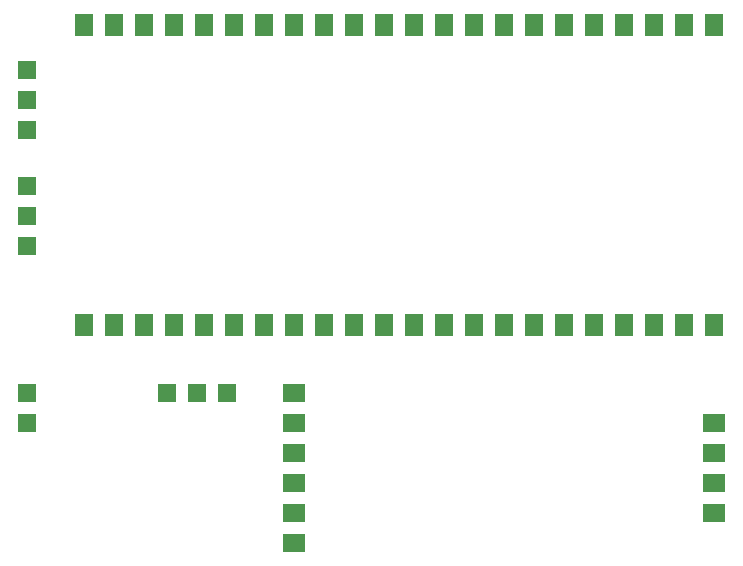
<source format=gtl>
G04 Layer: TopLayer*
G04 EasyEDA v6.5.46, 2024-09-02 22:14:07*
G04 e88426a38d4c4d1a9789fb718d1c1170,6b50037bb1584808a520f39feb1544fe,10*
G04 Gerber Generator version 0.2*
G04 Scale: 100 percent, Rotated: No, Reflected: No *
G04 Dimensions in millimeters *
G04 leading zeros omitted , absolute positions ,4 integer and 5 decimal *
%FSLAX45Y45*%
%MOMM*%

%ADD10R,1.9000X1.6000*%
%ADD11R,1.5748X1.5748*%
%ADD12R,1.6000X1.9000*%

%LPD*%
D10*
G01*
X-4318000Y952500D03*
G01*
X-4318000Y1206500D03*
G01*
X-4318000Y1460500D03*
G01*
X-4318000Y1714500D03*
G01*
X-4318000Y1968500D03*
G01*
X-4318000Y698500D03*
G01*
X-762000Y952500D03*
G01*
X-762000Y1206500D03*
G01*
X-762000Y1460500D03*
G01*
X-762000Y1714500D03*
D11*
G01*
X-6582663Y3211829D03*
G01*
X-6582663Y3466084D03*
G01*
X-6582663Y3720592D03*
D12*
G01*
X-767079Y5086095D03*
G01*
X-767079Y2546095D03*
G01*
X-1021079Y5086095D03*
G01*
X-1021079Y2546095D03*
G01*
X-1275079Y5086095D03*
G01*
X-1275079Y2546095D03*
G01*
X-1529079Y5086095D03*
G01*
X-1529079Y2546095D03*
G01*
X-1783079Y5086095D03*
G01*
X-1783079Y2546095D03*
G01*
X-2037079Y5086095D03*
G01*
X-2037079Y2546095D03*
G01*
X-2291079Y5086095D03*
G01*
X-2291079Y2546095D03*
G01*
X-2545079Y5086095D03*
G01*
X-2545079Y2546095D03*
G01*
X-2799079Y5086095D03*
G01*
X-2799079Y2546095D03*
G01*
X-3053079Y5086095D03*
G01*
X-3053079Y2546095D03*
G01*
X-3307079Y5086095D03*
G01*
X-3307079Y2546095D03*
G01*
X-3561079Y5086095D03*
G01*
X-3561079Y2546095D03*
G01*
X-3815079Y5086095D03*
G01*
X-3815079Y2546095D03*
G01*
X-4069079Y5086095D03*
G01*
X-4069079Y2546095D03*
G01*
X-4323079Y5086095D03*
G01*
X-4323079Y2546095D03*
G01*
X-4577079Y5086095D03*
G01*
X-4577079Y2546095D03*
G01*
X-4831079Y5086095D03*
G01*
X-4831079Y2546095D03*
G01*
X-5085079Y5086095D03*
G01*
X-5085079Y2546095D03*
G01*
X-5339079Y5086095D03*
G01*
X-5339079Y2546095D03*
G01*
X-5593079Y5086095D03*
G01*
X-5593079Y2546095D03*
G01*
X-5847079Y5086095D03*
G01*
X-5847079Y2546095D03*
G01*
X-6101079Y5086095D03*
G01*
X-6101079Y2546095D03*
D11*
G01*
X-6582587Y1971598D03*
G01*
X-6582587Y1717192D03*
G01*
X-6582587Y4706391D03*
G01*
X-6582587Y4451985D03*
G01*
X-6582587Y4197578D03*
G01*
X-5397500Y1968500D03*
G01*
X-5143500Y1968500D03*
G01*
X-4889500Y1968500D03*
M02*

</source>
